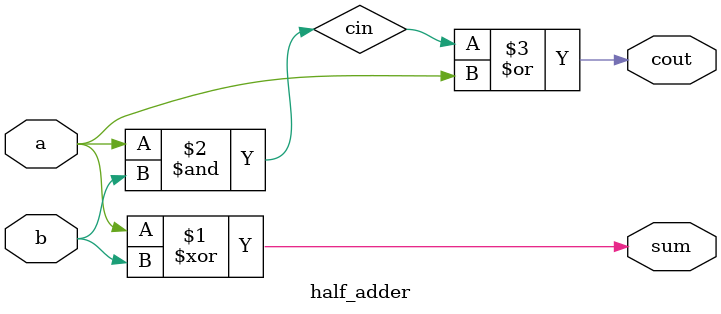
<source format=v>
module half_adder( 
input a, b,
output cout, sum );

xor( sum, a, b );
and( cin, a, b );
or( cout, cin, a );
endmodule

</source>
